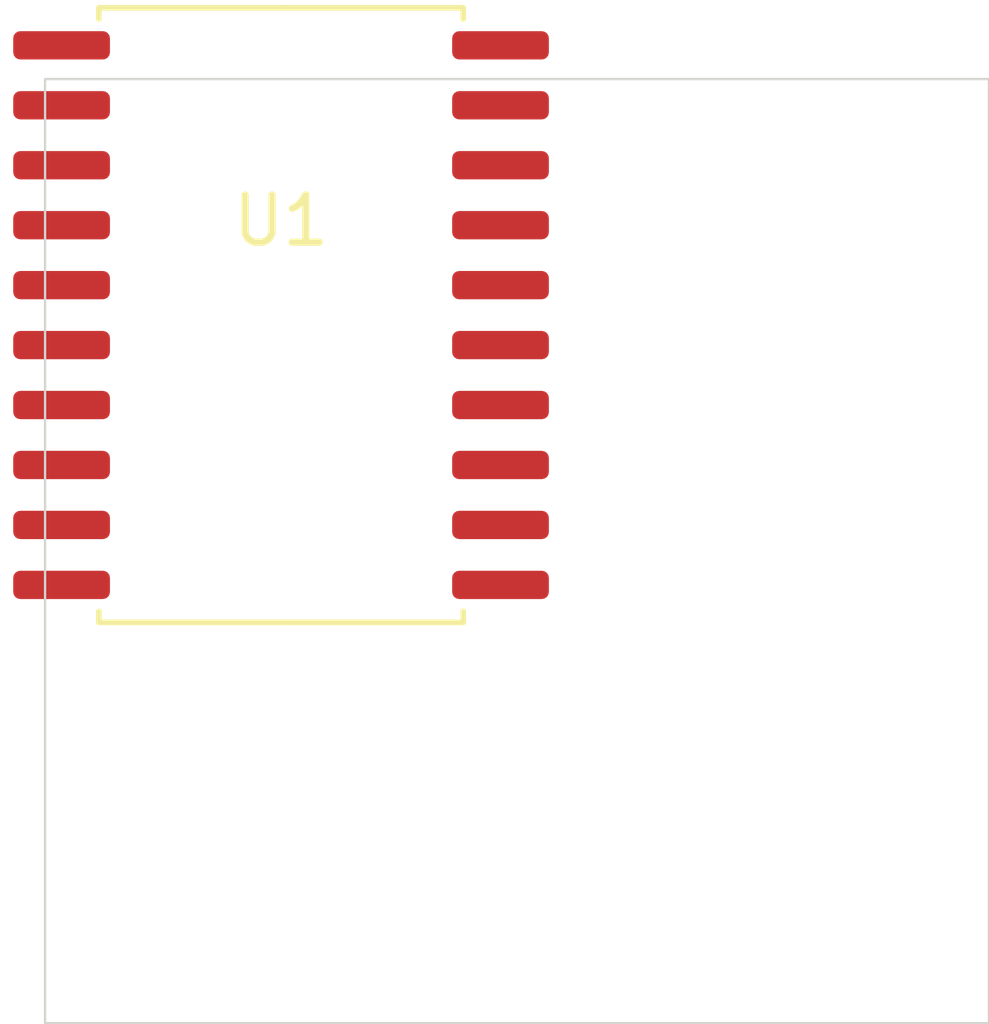
<source format=kicad_pcb>
(kicad_pcb (version 20241229) (generator "pcbnew") (generator_version "9.0")
  (layers (0 "F.Cu" signal) (2 "B.Cu" signal) (13 "F.Paste" user) (15 "B.Paste" user) (5 "F.SilkS" user "F.Silkscreen") (7 "B.SilkS" user "B.Silkscreen") (1 "F.Mask" user) (3 "B.Mask" user) (25 "Edge.Cuts" user))
  (net 0 "")
  (footprint "Package_SO:SOIC-20W_7.5x12.8mm_P1.27mm" (layer "F.Cu") (at 5.0 5.0)
    (property "Reference" "U1" (at 0 -2 0) (layer "F.SilkS") (effects (font (size 1.0 1.0))))
    (property "Value" "74HCT245")
    (fp_line (start -3.86 -6.51) (end -3.86 -6.275) (stroke (width 0.12)) (layer "F.SilkS"))
    (fp_line (start -3.86 6.51) (end -3.86 6.275) (stroke (width 0.12)) (layer "F.SilkS"))
    (fp_line (start 0.0 -6.51) (end -3.86 -6.51) (stroke (width 0.12)) (layer "F.SilkS"))
    (fp_line (start 0.0 -6.51) (end 3.86 -6.51) (stroke (width 0.12)) (layer "F.SilkS"))
    (fp_line (start 0.0 6.51) (end -3.86 6.51) (stroke (width 0.12)) (layer "F.SilkS"))
    (fp_line (start 0.0 6.51) (end 3.86 6.51) (stroke (width 0.12)) (layer "F.SilkS"))
    (fp_line (start 3.86 -6.51) (end 3.86 -6.275) (stroke (width 0.12)) (layer "F.SilkS"))
    (fp_line (start 3.86 6.51) (end 3.86 6.275) (stroke (width 0.12)) (layer "F.SilkS"))
    (pad "1" smd roundrect (at -4.65 -5.715) (size 2.05 0.6) (layers "F.Cu" "F.Paste" "F.Mask"))
    (pad "2" smd roundrect (at -4.65 -4.445) (size 2.05 0.6) (layers "F.Cu" "F.Paste" "F.Mask"))
    (pad "3" smd roundrect (at -4.65 -3.175) (size 2.05 0.6) (layers "F.Cu" "F.Paste" "F.Mask"))
    (pad "4" smd roundrect (at -4.65 -1.905) (size 2.05 0.6) (layers "F.Cu" "F.Paste" "F.Mask"))
    (pad "5" smd roundrect (at -4.65 -0.635) (size 2.05 0.6) (layers "F.Cu" "F.Paste" "F.Mask"))
    (pad "6" smd roundrect (at -4.65 0.635) (size 2.05 0.6) (layers "F.Cu" "F.Paste" "F.Mask"))
    (pad "7" smd roundrect (at -4.65 1.905) (size 2.05 0.6) (layers "F.Cu" "F.Paste" "F.Mask"))
    (pad "8" smd roundrect (at -4.65 3.175) (size 2.05 0.6) (layers "F.Cu" "F.Paste" "F.Mask"))
    (pad "9" smd roundrect (at -4.65 4.445) (size 2.05 0.6) (layers "F.Cu" "F.Paste" "F.Mask"))
    (pad "10" smd roundrect (at -4.65 5.715) (size 2.05 0.6) (layers "F.Cu" "F.Paste" "F.Mask"))
    (pad "11" smd roundrect (at 4.65 5.715) (size 2.05 0.6) (layers "F.Cu" "F.Paste" "F.Mask"))
    (pad "12" smd roundrect (at 4.65 4.445) (size 2.05 0.6) (layers "F.Cu" "F.Paste" "F.Mask"))
    (pad "13" smd roundrect (at 4.65 3.175) (size 2.05 0.6) (layers "F.Cu" "F.Paste" "F.Mask"))
    (pad "14" smd roundrect (at 4.65 1.905) (size 2.05 0.6) (layers "F.Cu" "F.Paste" "F.Mask"))
    (pad "15" smd roundrect (at 4.65 0.635) (size 2.05 0.6) (layers "F.Cu" "F.Paste" "F.Mask"))
    (pad "16" smd roundrect (at 4.65 -0.635) (size 2.05 0.6) (layers "F.Cu" "F.Paste" "F.Mask"))
    (pad "17" smd roundrect (at 4.65 -1.905) (size 2.05 0.6) (layers "F.Cu" "F.Paste" "F.Mask"))
    (pad "18" smd roundrect (at 4.65 -3.175) (size 2.05 0.6) (layers "F.Cu" "F.Paste" "F.Mask"))
    (pad "19" smd roundrect (at 4.65 -4.445) (size 2.05 0.6) (layers "F.Cu" "F.Paste" "F.Mask"))
    (pad "20" smd roundrect (at 4.65 -5.715) (size 2.05 0.6) (layers "F.Cu" "F.Paste" "F.Mask"))
  )
  (gr_rect (start 0 0) (end 20.0 20.0) (stroke (width 0.05)) (fill no) (layer "Edge.Cuts"))
)
</source>
